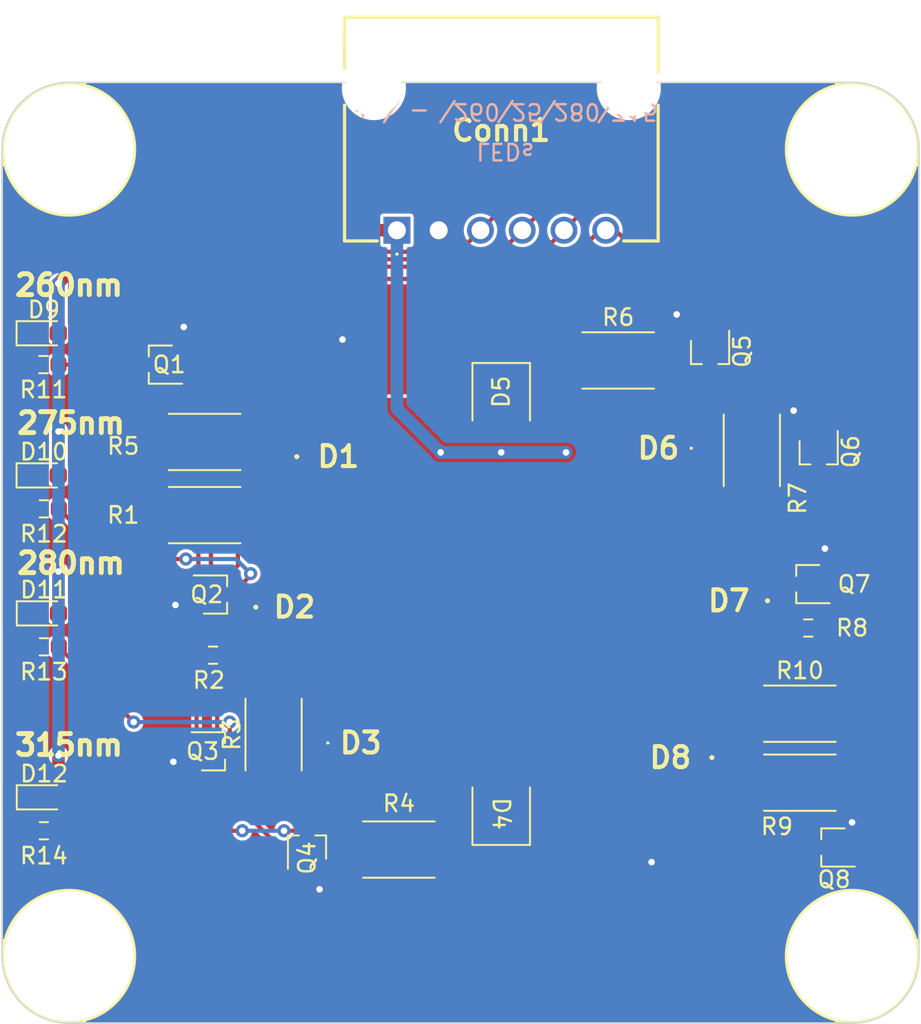
<source format=kicad_pcb>
(kicad_pcb (version 20211014) (generator pcbnew)
  (layers (0 "F.Cu" signal) (31 "B.Cu" signal) (34 "B.Paste" user) (35 "F.Paste" user) (36 "B.SilkS" user "B.Silkscreen") (37 "F.SilkS" user "F.Silkscreen") (38 "B.Mask" user) (39 "F.Mask" user) (44 "Edge.Cuts" user))
  (net 0 "")
  (net 1 "+12V")
  (net 2 "GND")
  (net 3 "Net-(Conn1-Pad3)")
  (net 4 "Net-(Conn1-Pad4)")
  (net 5 "Net-(Conn1-Pad5)")
  (net 6 "Net-(Conn1-Pad6)")
  (net 7 "Net-(D1-Pad1)")
  (net 8 "Net-(D2-Pad1)")
  (net 9 "Net-(D3-Pad1)")
  (net 10 "Net-(D4-Pad1)")
  (net 11 "Net-(D9-Pad1)")
  (net 12 "Net-(D10-Pad1)")
  (net 13 "Net-(D11-Pad1)")
  (net 14 "Net-(D12-Pad1)")
  (net 15 "Net-(D5-Pad1)")
  (net 16 "Net-(D6-Pad1)")
  (net 17 "Net-(D7-Pad1)")
  (net 18 "Net-(D8-Pad1)")
  (net 19 "Net-(R1-Pad2)")
  (net 20 "Net-(R2-Pad2)")
  (net 21 "Net-(R3-Pad2)")
  (net 22 "Net-(R4-Pad2)")
  (net 23 "Net-(R6-Pad2)")
  (net 24 "Net-(R7-Pad2)")
  (net 25 "Net-(R8-Pad2)")
  (net 26 "Net-(R10-Pad2)")
  (footprint "UVLEDs:XBT3535UVA130CD27501" (layer "F.Cu") (at 170.942 100.711 180)
    (fp_text reference "D6" (at -1.05 0) (layer "F.SilkS") (effects (font (size 1.27 1.27) (thickness 0.254))))
    (fp_text value "UV280" hide)
    (fp_line (start -3 0) (end -3 0) (layer "F.SilkS") (width 0.1))
    (fp_line (start -3.1 0) (end -3.1 0) (layer "F.SilkS") (width 0.1))
    (fp_arc (start -3 0) (mid -3.05 0.05) (end -3.1 0) (layer "F.SilkS") (width 0.1))
    (fp_arc (start -3.1 0) (mid -3.05 -0.05) (end -3 0) (layer "F.SilkS") (width 0.1))
    (pad "1" smd rect locked (at -2.35 0 180) (size 0.5 3.15) (layers "F.Cu" "F.Paste" "F.Mask") (net 16 "Net-(D6-Pad1)"))
    (pad "2" smd rect locked (at 0.25 0 180) (size 0.5 3.16) (layers "F.Cu" "F.Paste" "F.Mask") (net 1 "+12V"))
    (pad "3" smd rect locked (at -1.05 0 180) (size 1.24 3.15) (layers "F.Cu" "F.Paste" "F.Mask"))
  )
  (footprint "UVLEDs:WS3535C48LF-310" (layer "F.Cu") (at 162.433 97.282 -90)
    (fp_text reference "D5" (at 0 0 90) (layer "F.SilkS"))
    (fp_text value "UV315")
    (fp_line (start 1.75 -1.75) (end -1.75 -1.75) (layer "F.SilkS") (width 0.12))
    (fp_line (start -1.75 1.75) (end 1.75 1.75) (layer "F.SilkS") (width 0.12))
    (fp_line (start -1.75 -1.75) (end -1.75 1.75) (layer "F.SilkS") (width 0.12))
    (pad "1" smd rect (at -0.915 0 270) (size 1.33 3.15) (layers *.Paste "F.Cu" "F.Mask") (net 15 "Net-(D5-Pad1)"))
    (pad "2" smd rect (at 0.915 0 270) (size 1.33 3.15) (layers "F.Cu" "F.Paste" "F.Mask") (net 1 "+12V"))
  )
  (footprint "UVLEDs:KL26550USMWD" (layer "F.Cu") (at 171.895 119.507 180)
    (fp_text reference "D8" (at -0.825 0) (layer "F.SilkS") (effects (font (size 1.27 1.27) (thickness 0.254))))
    (fp_text value "UV260" hide)
    (fp_line (start -3.4 0) (end -3.4 0) (layer "F.SilkS") (width 0.2))
    (fp_line (start -3.3 0) (end -3.3 0) (layer "F.SilkS") (width 0.2))
    (fp_line (start -3.4 0) (end -3.4 0) (layer "F.SilkS") (width 0.2))
    (fp_arc (start -3.4 0) (mid -3.35 -0.05) (end -3.3 0) (layer "F.SilkS") (width 0.2))
    (fp_arc (start -3.3 0) (mid -3.35 0.05) (end -3.4 0) (layer "F.SilkS") (width 0.2))
    (fp_arc (start -3.3 0) (mid -3.35 0.05) (end -3.4 0) (layer "F.SilkS") (width 0.2))
    (pad "1" smd rect locked (at -1.3 0 180) (size 0.6 3.2) (layers "F.Cu" "F.Paste" "F.Mask") (net 18 "Net-(D8-Pad1)"))
    (pad "2" smd rect locked (at 1.3 0 180) (size 0.6 3.2) (layers "F.Cu" "F.Paste" "F.Mask") (net 1 "+12V"))
    (pad "3" smd rect locked (at 0 0 180) (size 1 3.2) (layers "F.Cu" "F.Paste" "F.Mask"))
  )
  (footprint "MRDT_Drill_Holes:4_40_Hole" (layer "F.Cu") (at 136.144 82.55)
    (fp_text reference "V3" hide)
    (fp_text value "Via" hide)
    (fp_circle (center 0 0) (end -0.00508 4.01828) (layer "F.SilkS") (width 0.15) (fill none))
    (pad "" np_thru_hole circle locked (at 0 0) (size 2.9464 2.9464) (drill 2.9464) (layers *.Cu *.Mask) (clearance 2.5))
  )
  (footprint "LED_SMD:LED_0603_1608Metric_Pad1.05x0.95mm_HandSolder" (layer "F.Cu") (at 134.62 93.726)
    (fp_text reference "D9" (at 0 -1.43) (layer "F.SilkS"))
    (fp_text value "Green")
    (fp_line (start 0.8 -0.735) (end -1.66 -0.735) (layer "F.SilkS") (width 0.12))
    (fp_line (start -1.66 -0.735) (end -1.66 0.735) (layer "F.SilkS") (width 0.12))
    (fp_line (start -1.66 0.735) (end 0.8 0.735) (layer "F.SilkS") (width 0.12))
    (pad "1" smd roundrect (at -0.875 0) (size 1.05 0.95) (layers "F.Cu" "F.Paste" "F.Mask") (net 11 "Net-(D9-Pad1)"))
    (pad "2" smd roundrect (at 0.875 0) (size 1.05 0.95) (layers "F.Cu" "F.Paste" "F.Mask") (net 1 "+12V"))
  )
  (footprint "UVLEDs:XBT3535UVA130CD27501" (layer "F.Cu") (at 154.94 118.618)
    (fp_text reference "D3" (at -1.05 0) (layer "F.SilkS") (effects (font (size 1.27 1.27) (thickness 0.254))))
    (fp_text value "UV280" hide)
    (fp_line (start -3.1 0) (end -3.1 0) (layer "F.SilkS") (width 0.1))
    (fp_line (start -3 0) (end -3 0) (layer "F.SilkS") (width 0.1))
    (fp_arc (start -3.1 0) (mid -3.05 -0.05) (end -3 0) (layer "F.SilkS") (width 0.1))
    (fp_arc (start -3 0) (mid -3.05 0.05) (end -3.1 0) (layer "F.SilkS") (width 0.1))
    (pad "1" smd rect locked (at -2.35 0) (size 0.5 3.15) (layers "F.Cu" "F.Paste" "F.Mask") (net 9 "Net-(D3-Pad1)"))
    (pad "2" smd rect locked (at 0.25 0) (size 0.5 3.16) (layers "F.Cu" "F.Paste" "F.Mask") (net 1 "+12V"))
    (pad "3" smd rect locked (at -1.05 0) (size 1.24 3.15) (layers "F.Cu" "F.Paste" "F.Mask"))
  )
  (footprint "Package_TO_SOT_SMD:SOT-323_SC-70" (layer "F.Cu") (at 182.626 124.968 180)
    (fp_text reference "Q8" (at -0.05 -1.95) (layer "F.SilkS"))
    (fp_text value "BSS214NW")
    (fp_line (start 0.73 0.5) (end 0.73 1.16) (layer "F.SilkS") (width 0.12))
    (fp_line (start 0.73 -1.16) (end 0.73 -0.5) (layer "F.SilkS") (width 0.12))
    (fp_line (start 0.73 -1.16) (end -1.3 -1.16) (layer "F.SilkS") (width 0.12))
    (fp_line (start -0.68 1.16) (end 0.73 1.16) (layer "F.SilkS") (width 0.12))
    (pad "1" smd rect (at -1 -0.65 90) (size 0.45 0.7) (layers "F.Cu" "F.Paste" "F.Mask") (net 3 "Net-(Conn1-Pad3)"))
    (pad "2" smd rect (at -1 0.65 90) (size 0.45 0.7) (layers "F.Cu" "F.Paste" "F.Mask") (net 2 "GND"))
    (pad "3" smd rect (at 1 0 90) (size 0.45 0.7) (layers "F.Cu" "F.Paste" "F.Mask") (net 26 "Net-(R10-Pad2)"))
  )
  (footprint "Resistor_SMD:R_0603_1608Metric_Pad0.98x0.95mm_HandSolder" (layer "F.Cu") (at 134.62 104.394)
    (fp_text reference "R12" (at 0 1.524) (layer "F.SilkS"))
    (fp_text value "120")
    (fp_line (start -0.254724 0.5225) (end 0.254724 0.5225) (layer "F.SilkS") (width 0.12))
    (fp_line (start -0.254724 -0.5225) (end 0.254724 -0.5225) (layer "F.SilkS") (width 0.12))
    (pad "1" smd roundrect (at -0.9125 0) (size 0.975 0.95) (layers "F.Cu" "F.Paste" "F.Mask") (net 12 "Net-(D10-Pad1)"))
    (pad "2" smd roundrect (at 0.9125 0) (size 0.975 0.95) (layers "F.Cu" "F.Paste" "F.Mask") (net 20 "Net-(R2-Pad2)"))
  )
  (footprint "UVLEDs:KL26550USMWD" (layer "F.Cu") (at 153.352 101.219)
    (fp_text reference "D1" (at -0.825 0) (layer "F.SilkS") (effects (font (size 1.27 1.27) (thickness 0.254))))
    (fp_text value "UV260" hide)
    (fp_line (start -3.4 0) (end -3.4 0) (layer "F.SilkS") (width 0.2))
    (fp_line (start -3.3 0) (end -3.3 0) (layer "F.SilkS") (width 0.2))
    (fp_line (start -3.4 0) (end -3.4 0) (layer "F.SilkS") (width 0.2))
    (fp_arc (start -3.3 0) (mid -3.35 0.05) (end -3.4 0) (layer "F.SilkS") (width 0.2))
    (fp_arc (start -3.4 0) (mid -3.35 -0.05) (end -3.3 0) (layer "F.SilkS") (width 0.2))
    (fp_arc (start -3.3 0) (mid -3.35 0.05) (end -3.4 0) (layer "F.SilkS") (width 0.2))
    (pad "1" smd rect locked (at -1.3 0) (size 0.6 3.2) (layers "F.Cu" "F.Paste" "F.Mask") (net 7 "Net-(D1-Pad1)"))
    (pad "2" smd rect locked (at 1.3 0) (size 0.6 3.2) (layers "F.Cu" "F.Paste" "F.Mask") (net 1 "+12V"))
    (pad "3" smd rect locked (at 0 0) (size 1 3.2) (layers "F.Cu" "F.Paste" "F.Mask"))
  )
  (footprint "Resistor_SMD:R_2512_6332Metric_Pad1.40x3.35mm_HandSolder" (layer "F.Cu") (at 148.59 118.11 -90)
    (fp_text reference "R3" (at 0 2.54 90) (layer "F.SilkS"))
    (fp_text value "16")
    (fp_line (start -2.177064 1.71) (end 2.177064 1.71) (layer "F.SilkS") (width 0.12))
    (fp_line (start -2.177064 -1.71) (end 2.177064 -1.71) (layer "F.SilkS") (width 0.12))
    (pad "1" smd roundrect (at -3.05 0 270) (size 1.4 3.35) (layers "F.Cu" "F.Paste" "F.Mask") (roundrect_rratio 0.1785707143) (net 9 "Net-(D3-Pad1)"))
    (pad "2" smd roundrect (at 3.05 0 270) (size 1.4 3.35) (layers "F.Cu" "F.Paste" "F.Mask") (roundrect_rratio 0.1785707143) (net 21 "Net-(R3-Pad2)"))
  )
  (footprint "Package_TO_SOT_SMD:SOT-323_SC-70" (layer "F.Cu") (at 145.034 109.601)
    (fp_text reference "Q2" (at -0.508 0) (layer "F.SilkS"))
    (fp_text value "BSS214NW")
    (fp_line (start -0.68 1.16) (end 0.73 1.16) (layer "F.SilkS") (width 0.12))
    (fp_line (start 0.73 0.5) (end 0.73 1.16) (layer "F.SilkS") (width 0.12))
    (fp_line (start 0.73 -1.16) (end -1.3 -1.16) (layer "F.SilkS") (width 0.12))
    (fp_line (start 0.73 -1.16) (end 0.73 -0.5) (layer "F.SilkS") (width 0.12))
    (pad "1" smd rect (at -1 -0.65 270) (size 0.45 0.7) (layers "F.Cu" "F.Paste" "F.Mask") (net 4 "Net-(Conn1-Pad4)"))
    (pad "2" smd rect (at -1 0.65 270) (size 0.45 0.7) (layers "F.Cu" "F.Paste" "F.Mask") (net 2 "GND"))
    (pad "3" smd rect (at 1 0 270) (size 0.45 0.7) (layers "F.Cu" "F.Paste" "F.Mask") (net 20 "Net-(R2-Pad2)"))
  )
  (footprint "LED_SMD:LED_0603_1608Metric_Pad1.05x0.95mm_HandSolder" (layer "F.Cu") (at 134.634 121.92)
    (fp_text reference "D12" (at 0 -1.43) (layer "F.SilkS"))
    (fp_text value "Green")
    (fp_line (start 0.8 -0.735) (end -1.66 -0.735) (layer "F.SilkS") (width 0.12))
    (fp_line (start -1.66 0.735) (end 0.8 0.735) (layer "F.SilkS") (width 0.12))
    (fp_line (start -1.66 -0.735) (end -1.66 0.735) (layer "F.SilkS") (width 0.12))
    (pad "1" smd roundrect (at -0.875 0) (size 1.05 0.95) (layers "F.Cu" "F.Paste" "F.Mask") (net 14 "Net-(D12-Pad1)"))
    (pad "2" smd roundrect (at 0.875 0) (size 1.05 0.95) (layers "F.Cu" "F.Paste" "F.Mask") (net 1 "+12V"))
  )
  (footprint "Resistor_SMD:R_0603_1608Metric_Pad0.98x0.95mm_HandSolder" (layer "F.Cu") (at 144.907 113.284 180)
    (fp_text reference "R2" (at 0.254 -1.524) (layer "F.SilkS"))
    (fp_text value "200")
    (fp_line (start -0.254724 0.5225) (end 0.254724 0.5225) (layer "F.SilkS") (width 0.12))
    (fp_line (start -0.254724 -0.5225) (end 0.254724 -0.5225) (layer "F.SilkS") (width 0.12))
    (pad "1" smd roundrect (at -0.9125 0 180) (size 0.975 0.95) (layers "F.Cu" "F.Paste" "F.Mask") (net 8 "Net-(D2-Pad1)"))
    (pad "2" smd roundrect (at 0.9125 0 180) (size 0.975 0.95) (layers "F.Cu" "F.Paste" "F.Mask") (net 20 "Net-(R2-Pad2)"))
  )
  (footprint "Resistor_SMD:R_2512_6332Metric_Pad1.40x3.35mm_HandSolder" (layer "F.Cu") (at 177.673 100.838 -90)
    (fp_text reference "R7" (at 2.921 -2.794 90) (layer "F.SilkS"))
    (fp_text value "16")
    (fp_line (start -2.177064 -1.71) (end 2.177064 -1.71) (layer "F.SilkS") (width 0.12))
    (fp_line (start -2.177064 1.71) (end 2.177064 1.71) (layer "F.SilkS") (width 0.12))
    (pad "1" smd roundrect (at -3.05 0 270) (size 1.4 3.35) (layers "F.Cu" "F.Paste" "F.Mask") (roundrect_rratio 0.1785707143) (net 16 "Net-(D6-Pad1)"))
    (pad "2" smd roundrect (at 3.05 0 270) (size 1.4 3.35) (layers "F.Cu" "F.Paste" "F.Mask") (roundrect_rratio 0.1785707143) (net 24 "Net-(R7-Pad2)"))
  )
  (footprint "Package_TO_SOT_SMD:SOT-323_SC-70" (layer "F.Cu") (at 175.133 94.869 -90)
    (fp_text reference "Q5" (at -0.05 -1.95 90) (layer "F.SilkS"))
    (fp_text value "BSS214NW")
    (fp_line (start -0.68 1.16) (end 0.73 1.16) (layer "F.SilkS") (width 0.12))
    (fp_line (start 0.73 -1.16) (end 0.73 -0.5) (layer "F.SilkS") (width 0.12))
    (fp_line (start 0.73 0.5) (end 0.73 1.16) (layer "F.SilkS") (width 0.12))
    (fp_line (start 0.73 -1.16) (end -1.3 -1.16) (layer "F.SilkS") (width 0.12))
    (pad "1" smd rect (at -1 -0.65 180) (size 0.45 0.7) (layers "F.Cu" "F.Paste" "F.Mask") (net 6 "Net-(Conn1-Pad6)"))
    (pad "2" smd rect (at -1 0.65 180) (size 0.45 0.7) (layers "F.Cu" "F.Paste" "F.Mask") (net 2 "GND"))
    (pad "3" smd rect (at 1 0 180) (size 0.45 0.7) (layers "F.Cu" "F.Paste" "F.Mask") (net 23 "Net-(R6-Pad2)"))
  )
  (footprint "Resistor_SMD:R_0603_1608Metric_Pad0.98x0.95mm_HandSolder" (layer "F.Cu") (at 134.5965 95.631)
    (fp_text reference "R11" (at 0 1.524) (layer "F.SilkS"))
    (fp_text value "120")
    (fp_line (start -0.254724 -0.5225) (end 0.254724 -0.5225) (layer "F.SilkS") (width 0.12))
    (fp_line (start -0.254724 0.5225) (end 0.254724 0.5225) (layer "F.SilkS") (width 0.12))
    (pad "1" smd roundrect (at -0.9125 0) (size 0.975 0.95) (layers "F.Cu" "F.Paste" "F.Mask") (net 11 "Net-(D9-Pad1)"))
    (pad "2" smd roundrect (at 0.9125 0) (size 0.975 0.95) (layers "F.Cu" "F.Paste" "F.Mask") (net 19 "Net-(R1-Pad2)"))
  )
  (footprint "LED_SMD:LED_0603_1608Metric_Pad1.05x0.95mm_HandSolder" (layer "F.Cu") (at 134.62 102.362)
    (fp_text reference "D10" (at 0 -1.43) (layer "F.SilkS"))
    (fp_text value "Green")
    (fp_line (start -1.66 0.735) (end 0.8 0.735) (layer "F.SilkS") (width 0.12))
    (fp_line (start 0.8 -0.735) (end -1.66 -0.735) (layer "F.SilkS") (width 0.12))
    (fp_line (start -1.66 -0.735) (end -1.66 0.735) (layer "F.SilkS") (width 0.12))
    (pad "1" smd roundrect (at -0.875 0) (size 1.05 0.95) (layers "F.Cu" "F.Paste" "F.Mask") (net 12 "Net-(D10-Pad1)"))
    (pad "2" smd roundrect (at 0.875 0) (size 1.05 0.95) (layers "F.Cu" "F.Paste" "F.Mask") (net 1 "+12V"))
  )
  (footprint "Package_TO_SOT_SMD:SOT-323_SC-70" (layer "F.Cu") (at 181.737 100.965 -90)
    (fp_text reference "Q6" (at -0.05 -1.95 90) (layer "F.SilkS"))
    (fp_text value "BSS214NW")
    (fp_line (start 0.73 -1.16) (end -1.3 -1.16) (layer "F.SilkS") (width 0.12))
    (fp_line (start 0.73 -1.16) (end 0.73 -0.5) (layer "F.SilkS") (width 0.12))
    (fp_line (start -0.68 1.16) (end 0.73 1.16) (layer "F.SilkS") (width 0.12))
    (fp_line (start 0.73 0.5) (end 0.73 1.16) (layer "F.SilkS") (width 0.12))
    (pad "1" smd rect (at -1 -0.65 180) (size 0.45 0.7) (layers "F.Cu" "F.Paste" "F.Mask") (net 5 "Net-(Conn1-Pad5)"))
    (pad "2" smd rect (at -1 0.65 180) (size 0.45 0.7) (layers "F.Cu" "F.Paste" "F.Mask") (net 2 "GND"))
    (pad "3" smd rect (at 1 0 180) (size 0.45 0.7) (layers "F.Cu" "F.Paste" "F.Mask") (net 24 "Net-(R7-Pad2)"))
  )
  (footprint "MRDT_Drill_Holes:4_40_Hole" (layer "F.Cu") (at 183.769 131.572)
    (fp_text reference "V2" hide)
    (fp_text value "Via" hide)
    (fp_circle (center 0 0) (end -0.00508 4.01828) (layer "F.SilkS") (width 0.15) (fill none))
    (pad "" np_thru_hole circle locked (at 0 0) (size 2.9464 2.9464) (drill 2.9464) (layers *.Cu *.Mask) (clearance 2.5))
  )
  (footprint "Resistor_SMD:R_2512_6332Metric_Pad1.40x3.35mm_HandSolder" (layer "F.Cu") (at 180.594 116.84)
    (fp_text reference "R10" (at 0 -2.62) (layer "F.SilkS"))
    (fp_text value "16")
    (fp_line (start -2.177064 -1.71) (end 2.177064 -1.71) (layer "F.SilkS") (width 0.12))
    (fp_line (start -2.177064 1.71) (end 2.177064 1.71) (layer "F.SilkS") (width 0.12))
    (pad "1" smd roundrect (at -3.05 0) (size 1.4 3.35) (layers "F.Cu" "F.Paste" "F.Mask") (roundrect_rratio 0.1785707143) (net 18 "Net-(D8-Pad1)"))
    (pad "2" smd roundrect (at 3.05 0) (size 1.4 3.35) (layers "F.Cu" "F.Paste" "F.Mask") (roundrect_rratio 0.1785707143) (net 26 "Net-(R10-Pad2)"))
  )
  (footprint "UVLEDs:WS3535C48LF-310" (layer "F.Cu") (at 162.433 123.063 90)
    (fp_text reference "D4" (at 0.153 0 -90 unlocked) (layer "F.SilkS"))
    (fp_text value "UV315")
    (fp_line (start -1.75 -1.75) (end -1.75 1.75) (layer "F.SilkS") (width 0.12))
    (fp_line (start -1.75 1.75) (end 1.75 1.75) (layer "F.SilkS") (width 0.12))
    (fp_line (start 1.75 -1.75) (end -1.75 -1.75) (layer "F.SilkS") (width 0.12))
    (pad "1" smd rect (at -0.915 0 90) (size 1.33 3.15) (layers *.Paste "F.Cu" "F.Mask") (net 10 "Net-(D4-Pad1)"))
    (pad "2" smd rect (at 0.915 0 90) (size 1.33 3.15) (layers "F.Cu" "F.Paste" "F.Mask") (net 1 "+12V"))
  )
  (footprint "Resistor_SMD:R_0603_1608Metric_Pad0.98x0.95mm_HandSolder" (layer "F.Cu") (at 181.102 111.633)
    (fp_text reference "R8" (at 2.667 0) (layer "F.SilkS"))
    (fp_text value "200")
    (fp_line (start -0.254724 -0.5225) (end 0.254724 -0.5225) (layer "F.SilkS") (width 0.12))
    (fp_line (start -0.254724 0.5225) (end 0.254724 0.5225) (layer "F.SilkS") (width 0.12))
    (pad "1" smd roundrect (at -0.9125 0) (size 0.975 0.95) (layers "F.Cu" "F.Paste" "F.Mask") (net 17 "Net-(D7-Pad1)"))
    (pad "2" smd roundrect (at 0.9125 0) (size 0.975 0.95) (layers "F.Cu" "F.Paste" "F.Mask") (net 25 "Net-(R8-Pad2)"))
  )
  (footprint "Resistor_SMD:R_2512_6332Metric_Pad1.40x3.35mm_HandSolder" (layer "F.Cu") (at 180.594 121.031)
    (fp_text reference "R9" (at -1.397 2.667) (layer "F.SilkS"))
    (fp_text value "16")
    (fp_line (start -2.177064 -1.71) (end 2.177064 -1.71) (layer "F.SilkS") (width 0.12))
    (fp_line (start -2.177064 1.71) (end 2.177064 1.71) (layer "F.SilkS") (width 0.12))
    (pad "1" smd roundrect (at -3.05 0) (size 1.4 3.35) (layers "F.Cu" "F.Paste" "F.Mask") (roundrect_rratio 0.1785707143) (net 18 "Net-(D8-Pad1)"))
    (pad "2" smd roundrect (at 3.05 0) (size 1.4 3.35) (layers "F.Cu" "F.Paste" "F.Mask") (roundrect_rratio 0.1785707143) (net 26 "Net-(R10-Pad2)"))
  )
  (footprint "Resistor_SMD:R_2512_6332Metric_Pad1.40x3.35mm_HandSolder" (layer "F.Cu") (at 169.545 95.377)
    (fp_text reference "R6" (at 0 -2.62) (layer "F.SilkS"))
    (fp_text value "18")
    (fp_line (start -2.177064 -1.71) (end 2.177064 -1.71) (layer "F.SilkS") (width 0.12))
    (fp_line (start -2.177064 1.71) (end 2.177064 1.71) (layer "F.SilkS") (width 0.12))
    (pad "1" smd roundrect (at -3.05 0) (size 1.4 3.35) (layers "F.Cu" "F.Paste" "F.Mask") (roundrect_rratio 0.1785707143) (net 15 "Net-(D5-Pad1)"))
    (pad "2" smd roundrect (at 3.05 0) (size 1.4 3.35) (layers "F.Cu" "F.Paste" "F.Mask") (roundrect_rratio 0.1785707143) (net 23 "Net-(R6-Pad2)"))
  )
  (footprint "UVLEDs:SUCULBN1VCAGAY674F4G30R18" (layer "F.Cu") (at 149.86 110.363)
    (fp_text reference "D2" (at 0 0) (layer "F.SilkS") (effects (font (size 1.27 1.27) (thickness 0.254))))
    (fp_text value "UV275" hide)
    (fp_line (start -2.3 0) (end -2.3 0) (layer "F.SilkS") (width 0.2))
    (fp_line (start -2.4 0) (end -2.4 0) (layer "F.SilkS") (width 0.2))
    (fp_line (start -2.4 0) (end -2.4 0) (layer "F.SilkS") (width 0.2))
    (fp_arc (start -2.3 0) (mid -2.35 0.05) (end -2.4 0) (layer "F.SilkS") (width 0.2))
    (fp_arc (start -2.3 0) (mid -2.35 0.05) (end -2.4 0) (layer "F.SilkS") (width 0.2))
    (fp_arc (start -2.4 0) (mid -2.35 -0.05) (end -2.3 0) (layer "F.SilkS") (width 0.2))
    (pad "1" smd rect locked (at -1.25 0) (size 0.9 3.4) (layers "F.Cu" "F.Paste" "F.Mask") (net 8 "Net-(D2-Pad1)"))
    (pad "2" smd rect locked (at 1.25 0) (size 0.9 3.4) (layers "F.Cu" "F.Paste" "F.Mask") (net 1 "+12V"))
    (pad "3" smd rect locked (at 0 0) (size 1 3.4) (layers "F.Cu" "F.Paste" "F.Mask"))
  )
  (footprint "MRDT_Drill_Holes:4_40_Hole" (layer "F.Cu") (at 136.144 131.572)
    (fp_text reference "V4" hide)
    (fp_text value "Via" hide)
    (fp_circle (center 0 0) (end -0.00508 4.01828) (layer "F.SilkS") (width 0.15) (fill none))
    (pad "" np_thru_hole circle locked (at 0 0) (size 2.9464 2.9464) (drill 2.9464) (layers *.Cu *.Mask) (clearance 2.5))
  )
  (footprint "Package_TO_SOT_SMD:SOT-323_SC-70" (layer "F.Cu") (at 150.622 124.968 90)
    (fp_text reference "Q4" (at -0.635 0 90) (layer "F.SilkS"))
    (fp_text value "BSS214NW")
    (fp_line (start 0.73 -1.16) (end 0.73 -0.5) (layer "F.SilkS") (width 0.12))
    (fp_line (start 0.73 0.5) (end 0.73 1.16) (layer "F.SilkS") (width 0.12))
    (fp_line (start 0.73 -1.16) (end -1.3 -1.16) (layer "F.SilkS") (width 0.12))
    (fp_line (start -0.68 1.16) (end 0.73 1.16) (layer "F.SilkS") (width 0.12))
    (pad "1" smd rect (at -1 -0.65) (size 0.45 0.7) (layers "F.Cu" "F.Paste" "F.Mask") (net 6 "Net-(Conn1-Pad6)"))
    (pad "2" smd rect (at -1 0.65) (size 0.45 0.7) (layers "F.Cu" "F.Paste" "F.Mask") (net 2 "GND"))
    (pad "3" smd rect (at 1 0) (size 0.45 0.7) (layers "F.Cu" "F.Paste" "F.Mask") (net 22 "Net-(R4-Pad2)"))
  )
  (footprint "Resistor_SMD:R_2512_6332Metric_Pad1.40x3.35mm_HandSolder" (layer "F.Cu") (at 144.399 100.33 180)
    (fp_text reference "R5" (at 4.953 -0.254) (layer "F.SilkS"))
    (fp_text value "16")
    (fp_line (start -2.177064 -1.71) (end 2.177064 -1.71) (layer "F.SilkS") (width 0.12))
    (fp_line (start -2.177064 1.71) (end 2.177064 1.71) (layer "F.SilkS") (width 0.12))
    (pad "1" smd roundrect (at -3.05 0 180) (size 1.4 3.35) (layers "F.Cu" "F.Paste" "F.Mask") (roundrect_rratio 0.1785707143) (net 7 "Net-(D1-Pad1)"))
    (pad "2" smd roundrect (at 3.05 0 180) (size 1.4 3.35) (layers "F.Cu" "F.Paste" "F.Mask") (roundrect_rratio 0.1785707143) (net 19 "Net-(R1-Pad2)"))
  )
  (footprint "MRDT_Drill_Holes:4_40_Hole" (layer "F.Cu") (at 183.769 82.55)
    (fp_text reference "V1" hide)
    (fp_text value "Via" hide)
    (fp_circle (center 0 0) (end -0.00508 4.01828) (layer "F.SilkS") (width 0.15) (fill none))
    (pad "" np_thru_hole circle locked (at 0 0) (size 2.9464 2.9464) (drill 2.9464) (layers *.Cu *.Mask) (clearance 2.5))
  )
  (footprint "Resistor_SMD:R_0603_1608Metric_Pad0.98x0.95mm_HandSolder" (layer "F.Cu") (at 134.62 112.776)
    (fp_text reference "R13" (at 0 1.524) (layer "F.SilkS"))
    (fp_text value "120")
    (fp_line (start -0.254724 0.5225) (end 0.254724 0.5225) (layer "F.SilkS") (width 0.12))
    (fp_line (start -0.254724 -0.5225) (end 0.254724 -0.5225) (layer "F.SilkS") (width 0.12))
    (pad "1" smd roundrect (at -0.9125 0) (size 0.975 0.95) (layers "F.Cu" "F.Paste" "F.Mask") (net 13 "Net-(D11-Pad1)"))
    (pad "2" smd roundrect (at 0.9125 0) (size 0.975 0.95) (layers "F.Cu" "F.Paste" "F.Mask") (net 21 "Net-(R3-Pad2)"))
  )
  (footprint "UVLEDs:705550040" (layer "F.Cu") (at 156.0905 87.468 180)
    (fp_text reference "Conn1" (at -6.342 6.061) (layer "F.SilkS") (effects (font (size 1.27 1.27) (thickness 0.254))))
    (fp_text value "Molex_SL_06" hide)
    (fp_line (start -15.885 -0.65) (end -15.885 7.6) (layer "F.SilkS") (width 0.2))
    (fp_line (start -15.885 9.6) (end -15.885 12.94) (layer "F.SilkS") (width 0.2))
    (fp_line (start 3.185 -0.65) (end 1.2 -0.65) (layer "F.SilkS") (width 0.2))
    (fp_line (start 3.2 12.94) (end 3.185 9.8) (layer "F.SilkS") (width 0.2))
    (fp_line (start 3.185 7.6) (end 3.185 -0.65) (layer "F.SilkS") (width 0.2))
    (fp_line (start -15.885 12.94) (end 3.2 12.94) (layer "F.SilkS") (width 0.2))
    (fp_line (start 0 -1.5) (end 0 -1.5) (layer "F.SilkS") (width 0.1))
    (fp_line (start -13.8 -0.65) (end -15.885 -0.65) (layer "F.SilkS") (width 0.2))
    (fp_line (start 0 -1.4) (end 0 -1.4) (layer "F.SilkS") (width 0.1))
    (fp_arc (start 0 -1.5) (mid 0.05 -1.45) (end 0 -1.4) (layer "F.SilkS") (width 0.1))
    (fp_arc (start 0 -1.4) (mid -0.05 -1.45) (end 0 -1.5) (layer "F.SilkS") (width 0.1))
    (pad "" np_thru_hole circle locked (at -14.1 8.64 180) (size 3.4 3.4) (drill 3.4) (layers *.Cu *.Mask))
    (pad "" np_thru_hole circle locked (at 1.4 8.64 180) (size 3.4 3.4) (drill 3.4) (layers *.Cu *.Mask))
    (pad "1" thru_hole rect locked (at 0 0 180) (size 1.635 1.635) (drill 1.09) (layers *.Cu *.Mask) (net 1 "+12V"))
    (pad "2" thru_hole circle locked (at -2.54 0 180) (size 1.635 1.635) (drill 1.09) (layers *.Cu *.Mask) (net 2 "GND"))
    (pad "3" thru_hole circle locked (at -5.08 0 180) (size 1.635 1.635) (drill 1.09) (layers *.Cu *.Mask) (net 3 "Net-(Conn1-Pad3)"))
    (pad "4" thru_hole circle locked (at -7.62 0 180) (size 1.635 1.635) (drill 1.09) (layers *.Cu *.Mask) (net 4 "Net-(Conn1-Pad4)"))
    (pad "5" thru_hole circle locked (at -10.16 0 180) (size 1.635 1.635) (drill 1.09) (layers *.Cu *.Mask) (net 5 "Net-(Conn1-Pad5)"))
    (pad "6" thru_hole circle locked (at -12.7 0 180) (size 1.635 1.635) (drill 1.09) (layers *.Cu *.Mask) (net 6 "Net-(Conn1-Pad6)"))
  )
  (footprint "Package_TO_SOT_SMD:SOT-323_SC-70" (layer "F.Cu") (at 144.907 119.126)
    (fp_text reference "Q3" (at -0.635 0) (layer "F.SilkS"))
    (fp_text value "BSS214NW")
    (fp_line (start 0.73 0.5) (end 0.73 1.16) (layer "F.SilkS") (width 0.12))
    (fp_line (start -0.68 1.16) (end 0.73 1.16) (layer "F.SilkS") (width 0.12))
    (fp_line (start 0.73 -1.16) (end 0.73 -0.5) (layer "F.SilkS") (width 0.12))
    (fp_line (start 0.73 -1.16) (end -1.3 -1.16) (layer "F.SilkS") (width 0.12))
    (pad "1" smd rect (at -1 -0.65 270) (size 0.45 0.7) (layers "F.Cu" "F.Paste" "F.Mask") (net 5 "Net-(Conn1-Pad5)"))
    (pad "2" smd rect (at -1 0.65 270) (size 0.45 0.7) (layers "F.Cu" "F.Paste" "F.Mask") (net 2 "GND"))
    (pad "3" smd rect (at 1 0 270) (size 0.45 0.7) (layers "F.Cu" "F.Paste" "F.Mask") (net 21 "Net-(R3-Pad2)"))
  )
  (footprint "LED_SMD:LED_0603_1608Metric_Pad1.05x0.95mm_HandSolder" (layer "F.Cu") (at 134.634 110.744)
    (fp_text reference "D11" (at 0 -1.43) (layer "F.SilkS"))
    (fp_text value "Green")
    (fp_line (start 0.8 -0.735) (end -1.66 -0.735) (layer "F.SilkS") (width 0.12))
    (fp_line (start -1.66 -0.735) (end -1.66 0.735) (layer "F.SilkS") (width 0.12))
    (fp_line (start -1.66 0.735) (end 0.8 0.735) (layer "F.SilkS") (width 0.12))
    (pad "1" smd roundrect (at -0.875 0) (size 1.05 0.95) (layers "F.Cu" "F.Paste" "F.Mask") (net 13 "Net-(D11-Pad1)"))
    (pad "2" smd roundrect (at 0.875 0) (size 1.05 0.95) (layers "F.Cu" "F.Paste" "F.Mask") (net 1 "+12V"))
  )
  (footprint "Resistor_SMD:R_0603_1608Metric_Pad0.98x0.95mm_HandSolder" (layer "F.Cu") (at 134.62 123.952)
    (fp_text reference "R14" (at 0 1.524) (layer "F.SilkS"))
    (fp_text value "120")
    (fp_line (start -0.254724 -0.5225) (end 0.254724 -0.5225) (layer "F.SilkS") (width 0.12))
    (fp_line (start -0.254724 0.5225) (end 0.254724 0.5225) (layer "F.SilkS") (width 0.12))
    (pad "1" smd roundrect (at -0.9125 0) (size 0.975 0.95) (layers "F.Cu" "F.Paste" "F.Mask") (net 14 "Net-(D12-Pad1)"))
    (pad "2" smd roundrect (at 0.9125 0) (size 0.975 0.95) (layers "F.Cu" "F.Paste" "F.Mask") (net 22 "Net-(R4-Pad2)"))
  )
  (footprint "Package_TO_SOT_SMD:SOT-323_SC-70" (layer "F.Cu") (at 141.732 95.631 180)
    (fp_text reference "Q1" (at -0.508 0) (layer "F.SilkS"))
    (fp_text value "BSS214NW")
    (fp_line (start 0.73 0.5) (end 0.73 1.16) (layer "F.SilkS") (width 0.12))
    (fp_line (start 0.73 -1.16) (end -1.3 -1.16) (layer "F.SilkS") (width 0.12))
    (fp_line (start 0.73 -1.16) (end 0.73 -0.5) (layer "F.SilkS") (width 0.12))
    (fp_line (start -0.68 1.16) (end 0.73 1.16) (layer "F.SilkS") (width 0.12))
    (pad "1" smd rect (at -1 -0.65 90) (size 0.45 0.7) (layers "F.Cu" "F.Paste" "F.Mask") (net 3 "Net-(Conn1-Pad3)"))
    (pad "2" smd rect (at -1 0.65 90) (size 0.45 0.7) (layers "F.Cu" "F.Paste" "F.Mask") (net 2 "GND"))
    (pad "3" smd rect (at 1 0 90) (size 0.45 0.7) (layers "F.Cu" "F.Paste" "F.Mask") (net 19 "Net-(R1-Pad2)"))
  )
  (footprint "UVLEDs:SUCULBN1VCAGAY674F4G30R18" (layer "F.Cu") (at 176.276 109.982 180)
    (fp_text reference "D7" (at 0 0) (layer "F.SilkS") (effects (font (size 1.27 1.27) (thickness 0.254))))
    (fp_text value "UV275" hide)
    (fp_line (start -2.3 0) (end -2.3 0) (layer "F.SilkS") (width 0.2))
    (fp_line (start -2.4 0) (end -2.4 0) (layer "F.SilkS") (width 0.2))
    (fp_line (start -2.4 0) (end -2.4 0) (layer "F.SilkS") (width 0.2))
    (fp_arc (start -2.3 0) (mid -2.35 0.05) (end -2.4 0) (layer "F.SilkS") (width 0.2))
    (fp_arc (start -2.4 0) (mid -2.35 -0.05) (end -2.3 0) (layer "F.SilkS") (width 0.2))
    (fp_arc (start -2.3 0) (mid -2.35 0.05) (end -2.4 0) (layer "F.SilkS") (width 0.2))
    (pad "1" smd rect locked (at -1.25 0 180) (size 0.9 3.4) (layers "F.Cu" "F.Paste" "F.Mask") (net 17 "Net-(D7-Pad1)"))
    (pad "2" smd rect locked (at 1.25 0 180) (size 0.9 3.4) (layers "F.Cu" "F.Paste" "F.Mask") (net 1 "+12V"))
    (pad "3" smd rect locked (at 0 0 180) (size 1 3.4) (layers "F.Cu" "F.Paste" "F.Mask"))
  )
  (footprint "Resistor_SMD:R_2512_6332Metric_Pad1.40x3.35mm_HandSolder" (layer "F.Cu") (at 144.399 104.775 180)
    (fp_text reference "R1" (at 4.953 0) (layer "F.SilkS"))
    (fp_text value "16")
    (fp_line (start -2.177064 1.71) (end 2.177064 1.71) (layer "F.SilkS") (width 0.12))
    (fp_line (start -2.177064 -1.71) (end 2.177064 -1.71) (layer "F.SilkS") (width 0.12))
    (pad "1" smd roundrect (at -3.05 0 180) (size 1.4 3.35) (layers "F.Cu" "F.Paste" "F.Mask") (roundrect_rratio 0.1785707143) (net 7 "Net-(D1-Pad1)"))
    (pad "2" smd roundrect (at 3.05 0 180) (size 1.4 3.35) (layers "F.Cu" "F.Paste" "F.Mask") (roundrect_rratio 0.1785707143) (net 19 "Net-(R1-Pad2)"))
  )
  (footprint "Resistor_SMD:R_2512_6332Metric_Pad1.40x3.35mm_HandSolder" (layer "F.Cu") (at 156.21 125.095 180)
    (fp_text reference "R4" (at 0 2.794) (layer "F.SilkS"))
    (fp_text value "18")
    (fp_line (start -2.177064 -1.71) (end 2.177064 -1.71) (layer "F.SilkS") (width 0.12))
    (fp_line (start -2.177064 1.71) (end 2.177064 1.71) (layer "F.SilkS") (width 0.12))
    (pad "1" smd roundrect (at -3.05 0 180) (size 1.4 3.35) (layers "F.Cu" "F.Paste" "F.Mask") (roundrect_rratio 0.1785707143) (net 10 "Net-(D4-Pad1)"))
    (pad "2" smd roundrect (at 3.05 0 180) (size 1.4 3.35) (layers "F.Cu" "F.Paste" "F.Mask") (roundrect_rratio 0.1785707143) (net 22 "Net-(R4-Pad2)"))
  )
  (footprint "Package_TO_SOT_SMD:SOT-323_SC-70" (layer "F.Cu") (at 181.102 108.966 180)
    (fp_text reference "Q7" (at -2.794 0) (layer "F.SilkS"))
    (fp_text value "BSS214NW")
    (fp_line (start 0.73 -1.16) (end 0.73 -0.5) (layer "F.SilkS") (width 0.12))
    (fp_line (start 0.73 -1.16) (end -1.3 -1.16) (layer "F.SilkS") (width 0.12))
    (fp_line (start 0.73 0.5) (end 0.73 1.16) (layer "F.SilkS") (width 0.12))
    (fp_line (start -0.68 1.16) (end 0.73 1.16) (layer "F.SilkS") (width 0.12))
    (pad "1" smd rect (at -1 -0.65 90) (size 0.45 0.7) (layers "F.Cu" "F.Paste" "F.Mask") (net 4 "Net-(Conn1-Pad4)"))
    (pad "2" smd rect (at -1 0.65 90) (size 0.45 0.7) (layers "F.Cu" "F.Paste" "F.Mask") (net 2 "GND"))
    (pad "3" smd rect (at 1 0 90) (size 0.45 0.7) (layers "F.Cu" "F.Paste" "F.Mask") (net 25 "Net-(R8-Pad2)"))
  )
  (gr_line (start 187.833 131.572) (end 187.833 82.55) (layer "Edge.Cuts") (width 0.1))
  (gr_arc (start 136.144 135.636) (mid 133.270318 134.445682) (end 132.08 131.572) (layer "Edge.Cuts") (width 0.1))
  (gr_arc (start 183.769 78.486) (mid 186.642682 79.676318) (end 187.833 82.55) (layer "Edge.Cuts") (width 0.1))
  (gr_arc (start 187.833 131.572) (mid 186.642682 134.445682) (end 183.769 135.636) (layer "Edge.Cuts") (width 0.1))
  (gr_line (start 183.769 78.486) (end 136.144 78.486) (layer "Edge.Cuts") (width 0.1))
  (gr_line (start 132.08 82.55) (end 132.08 131.572) (layer "Edge.Cuts") (width 0.1))
  (gr_arc (start 132.08 82.55) (mid 133.270318 79.676318) (end 136.144 78.486) (layer "Edge.Cuts") (width 0.1))
  (gr_line (start 136.144 135.636) (end 183.769 135.636) (layer "Edge.Cuts") (width 0.1))
  (gr_text " + \\ - \\260\\25\\280\\315" (at 162.306 80.264 180) (layer "B.SilkS") (effects (font (size 1 1)) (justify mirror)))
  (gr_text "LEDs" (at 162.687 82.677 180) (layer "B.SilkS") (effects (font (size 1 1)) (justify mirror)))
  (gr_text "280nm" (at 136.271 107.696) (layer "F.SilkS") (effects (font (size 1.27 1.27) (thickness 0.3))))
  (gr_text "275nm" (at 136.271 99.187) (layer "F.SilkS") (effects (font (size 1.27 1.27) (thickness 0.3))))
  (gr_text "260nm" (at 136.144 90.805) (layer "F.SilkS") (effects (font (size 1.27 1.27) (thickness 0.3))))
  (gr_text "315nm" (at 136.144 118.745) (layer "F.SilkS") (effects (font (size 1.27 1.27) (thickness 0.3))))
  (segment (start 162.433 122.148) (end 166.142 122.148) (width 0.762) (layer "F.Cu") (net 1))
  (segment (start 168.047 122.148) (end 166.142 122.148) (width 0.762) (layer "F.Cu") (net 1))
  (segment (start 154.652 101.219) (end 154.652 104.428) (width 0.762) (layer "F.Cu") (net 1))
  (segment (start 170.595 119.6) (end 168.047 122.148) (width 0.762) (layer "F.Cu") (net 1))
  (segment (start 170.692 104.017) (end 170.692 100.711) (width 0.762) (layer "F.Cu") (net 1))
  (segment (start 155.19 118.618) (end 155.19 115.693) (width 0.762) (layer "F.Cu") (net 1))
  (segment (start 151.11 111.613) (end 151.11 110.363) (width 0.762) (layer "F.Cu") (net 1))
  (segment (start 170.692 100.08) (end 168.809 98.197) (width 0.762) (layer "F.Cu") (net 1))
  (segment (start 157.674 98.197) (end 154.652 101.219) (width 0.762) (layer "F.Cu") (net 1))
  (segment (start 135.495 102.362) (end 135.495 99.709) (width 0.762) (layer "F.Cu") (net 1))
  (segment (start 162.433 98.197) (end 166.65 98.197) (width 0.762) (layer "F.Cu") (net 1))
  (segment (start 175.026 111.232) (end 175.026 109.982) (width 0.762) (layer "F.Cu") (net 1))
  (segment (start 155.19 115.693) (end 151.11 111.613) (width 0.762) (layer "F.Cu") (net 1))
  (segment (start 138.719 87.468) (end 135.495 90.692) (width 0.762) (layer "F.Cu") (net 1))
  (segment (start 154.652 104.428) (end 151.11 107.97) (width 0.762) (layer "F.Cu") (net 1))
  (segment (start 135.495 99.709) (end 135.509 99.695) (width 0.762) (layer "F.Cu") (net 1))
  (segment (start 175.026 109.982) (end 175.026 108.351) (width 0.762) (layer "F.Cu") (net 1))
  (segment (start 151.11 107.97) (end 151.11 110.363) (width 0.762) (layer "F.Cu") (net 1))
  (segment (start 168.809 98.197) (end 166.65 98.197) (width 0.762) (layer "F.Cu") (net 1))
  (segment (start 135.509 110.744) (end 135.509 108.204) (width 0.762) (layer "F.Cu") (net 1))
  (segment (start 170.595 119.507) (end 170.595 119.6) (width 0.762) (layer "F.Cu") (net 1))
  (segment (start 175.026 108.351) (end 170.692 104.017) (width 0.762) (layer "F.Cu") (net 1))
  (segment (start 155.19 118.618) (end 157.097 120.525) (width 0.762) (layer "F.Cu") (net 1))
  (segment (start 170.595 115.663) (end 175.026 111.232) (width 0.762) (layer "F.Cu") (net 1))
  (segment (start 135.495 90.692) (end 135.495 93.726) (width 0.762) (layer "F.Cu") (net 1))
  (segment (start 170.692 100.711) (end 170.692 100.08) (width 0.762) (layer "F.Cu") (net 1))
  (segment (start 157.097 120.525) (end 158.72 122.148) (width 0.762) (layer "F.Cu") (net 1))
  (segment (start 170.595 119.507) (end 170.595 115.663) (width 0.762) (layer "F.Cu") (net 1))
  (segment (start 158.72 122.148) (end 162.433 122.148) (width 0.762) (layer "F.Cu") (net 1))
  (segment (start 156.0905 87.468) (end 138.719 87.468) (width 0.762) (layer "F.Cu") (net 1))
  (segment (start 162.433 98.197) (end 157.674 98.197) (width 0.762) (layer "F.Cu") (net 1))
  (segment (start 135.509 119.38) (end 135.509 121.92) (width 0.762) (layer "F.Cu") (net 1))
  (via (at 135.509 119.38) (size 0.8) (drill 0.4) (layers "F.Cu" "B.Cu") (net 1))
  (via (at 135.495 90.692) (size 0.8) (drill 0.4) (layers "F.Cu" "B.Cu") (net 1))
  (via (at 135.509 99.695) (size 0.8) (drill 0.4) (layers "F.Cu" "B.Cu") (net 1))
  (via (at 166.37 100.965) (size 0.8) (drill 0.4) (layers "F.Cu" "B.Cu") (net 1))
  (via (at 135.509 108.204) (size 0.8) (drill 0.4) (layers "F.Cu" "B.Cu") (net 1))
  (via (at 162.433 100.965) (size 0.8) (drill 0.4) (layers "F.Cu" "B.Cu") (net 1))
  (via (at 158.75 100.965) (size 0.8) (drill 0.4) (layers "F.Cu" "B.Cu") (net 1))
  (segment (start 156.0905 98.3055) (end 158.75 100.965) (width 0.762) (layer "B.Cu") (net 1))
  (segment (start 162.433 100.965) (end 166.37 100.965) (width 0.762) (layer "B.Cu") (net 1))
  (segment (start 135.509 108.204) (end 135.509 119.38) (width 0.762) (layer "B.Cu") (net 1))
  (segment (start 135.509 99.695) (end 135.509 107.442) (width 0.762) (layer "B.Cu") (net 1))
  (segment (start 135.509 90.706) (end 135.509 99.695) (width 0.762) (layer "B.Cu") (net 1))
  (segment (start 135.509 107.442) (end 135.509 108.204) (width 0.762) (layer "B.Cu") (net 1))
  (segment (start 135.495 90.692) (end 135.509 90.706) (width 0.762) (layer "B.Cu") (net 1))
  (segment (start 156.0905 87.468) (end 156.0905 98.3055) (width 0.762) (layer "B.Cu") (net 1))
  (segment (start 158.75 100.965) (end 162.433 100.965) (width 0.762) (layer "B.Cu") (net 1))
  (via (at 182.118 106.807) (size 0.8) (drill 0.4) (layers "F.Cu" "B.Cu") (net 2))
  (via (at 142.494 119.761) (size 0.8) (drill 0.4) (layers "F.Cu" "B.Cu") (net 2))
  (via (at 152.781 94.107) (size 0.8) (drill 0.4) (layers "F.Cu" "B.Cu") (net 2))
  (via (at 143.129 93.345) (size 0.8) (drill 0.4) (layers "F.Cu" "B.Cu") (net 2))
  (via (at 173.101 92.583) (size 0.8) (drill 0.4) (layers "F.Cu" "B.Cu") (net 2))
  (via (at 180.213 98.425) (size 0.8) (drill 0.4) (layers "F.Cu" "B.Cu") (net 2))
  (via (at 151.384 127.508) (size 0.8) (drill 0.4) (layers "F.Cu" "B.Cu") (net 2))
  (via (at 171.577 125.857) (size 0.8) (drill 0.4) (layers "F.Cu" "B.Cu") (net 2))
  (via (at 183.769 123.444) (size 0.8) (drill 0.4) (layers "F.Cu" "B.Cu") (net 2))
  (via (at 142.621 110.236) (size 0.8) (drill 0.4) (layers "F.Cu" "B.Cu") (net 2))
  (segment (start 159.8655 88.773) (end 150.24 88.773) (width 0.254) (layer "F.Cu") (net 3))
  (segment (start 163.346879 85.291621) (end 169.753673 85.291621) (width 0.254) (layer "F.Cu") (net 3))
  (segment (start 169.753673 85.291621) (end 184.785 100.322948) (width 0.254) (layer "F.Cu") (net 3))
  (segment (start 184.785 100.322948) (end 184.785 124.388) (width 0.254) (layer "F.Cu") (net 3))
  (segment (start 183.626 125.547) (end 183.626 125.618) (width 0.254) (layer "F.Cu") (net 3))
  (segment (start 161.1705 87.468) (end 159.8655 88.773) (width 0.254) (layer "F.Cu") (net 3))
  (segment (start 161.1705 87.468) (end 163.346879 85.291621) (width 0.254) (layer "F.Cu") (net 3))
  (segment (start 184.785 124.388) (end 183.626 125.547) (width 0.254) (layer "F.Cu") (net 3))
  (segment (start 150.24 88.773) (end 142.732 96.281) (width 0.254) (layer "F.Cu") (net 3))
  (segment (start 150.549 89.227) (end 144.018 95.758) (width 0.254) (layer "F.Cu") (net 4))
  (segment (start 182.939 108.779) (end 182.102 109.616) (width 0.254) (layer "F.Cu") (net 4))
  (segment (start 161.9515 89.227) (end 150.549 89.227) (width 0.254) (layer "F.Cu") (net 4))
  (segment (start 163.7105 87.468) (end 161.9515 89.227) (width 0.254) (layer "F.Cu") (net 4))
  (segment (start 144.018 108.935) (end 144.034 108.951) (width 0.254) (layer "F.Cu") (net 4))
  (segment (start 182.939 99.119) (end 182.939 108.779) (width 0.254) (layer "F.Cu") (net 4))
  (segment (start 169.565621 85.745621) (end 182.939 99.119) (width 0.254) (layer "F.Cu") (net 4))
  (segment (start 144.018 95.758) (end 144.018 108.935) (width 0.254) (layer "F.Cu") (net 4))
  (segment (start 163.7105 87.468) (end 165.432879 85.745621) (width 0.254) (layer "F.Cu") (net 4))
  (segment (start 165.432879 85.745621) (end 169.565621 85.745621) (width 0.254) (layer "F.Cu") (net 4))
  (segment (start 144.78 96.012) (end 144.78 110.734) (width 0.254) (layer "F.Cu") (net 5))
  (segment (start 143.907 116.793) (end 143.907 118.476) (width 0.254) (layer "F.Cu") (net 5))
  (segment (start 151.111 89.681) (end 144.78 96.012) (width 0.254) (layer "F.Cu") (net 5))
  (segment (start 182.387 99.965) (end 182.387 99.329) (width 0.254) (layer "F.Cu") (net 5))
  (segment (start 182.387 99.329) (end 169.3815 86.3235) (width 0.254) (layer "F.Cu") (net 5))
  (segment (start 141.859 114.745) (end 143.907 116.793) (width 0.254) (layer "F.Cu") (net 5))
  (segment (start 164.0375 89.681) (end 151.111 89.681) (width 0.254) (layer "F.Cu") (net 5))
  (segment (start 144.262 111.252) (end 142.748 111.252) (width 0.254) (layer "F.Cu") (net 5))
  (segment (start 144.78 110.734) (end 144.262 111.252) (width 0.254) (layer "F.Cu") (net 5))
  (segment (start 167.395 86.3235) (end 166.2505 87.468) (width 0.254) (layer "F.Cu") (net 5))
  (segment (start 142.748 111.252) (end 141.859 112.141) (width 0.254) (layer "F.Cu") (net 5))
  (segment (start 169.3815 86.3235) (end 167.395 86.3235) (width 0.254) (layer "F.Cu") (net 5))
  (segment (start 166.2505 87.468) (end 164.0375 89.681) (width 0.254) (layer "F.Cu") (net 5))
  (segment (start 141.859 112.141) (end 141.859 114.745) (width 0.254) (layer "F.Cu") (net 5))
  (segment (start 145.234 109.02) (end 145.234 111.179) (width 0.254) (layer "F.Cu") (net 6))
  (segment (start 145.234 111.179) (end 144.653 111.76) (width 0.254) (layer "F.Cu") (net 6))
  (segment (start 146.422 96.021) (end 146.422 107.687) (width 0.254) (layer "F.Cu") (net 6))
  (segment (start 145.161 121.157) (end 149.972 125.968) (width 0.254) (layer "F.Cu") (net 6))
  (segment (start 168.7905 87.468) (end 168.44 87.468) (width 0.254) (layer "F.Cu") (net 6))
  (segment (start 142.621 114.3) (end 145.161 116.84) (width 0.254) (layer "F.Cu") (net 6))
  (segment (start 142.621 112.395) (end 142.621 114.3) (width 0.254) (layer "F.Cu") (net 6))
  (segment (start 146.431 107.696) (end 146.431 107.823) (width 0.254) (layer "F.Cu") (net 6))
  (segment (start 146.431 107.823) (end 145.234 109.02) (width 0.254) (layer "F.Cu") (net 6))
  (segment (start 146.422 107.687) (end 146.431 107.696) (width 0.254) (layer "F.Cu") (net 6))
  (segment (start 143.256 111.76) (end 142.621 112.395) (width 0.254) (layer "F.Cu") (net 6))
  (segment (start 145.161 116.84) (end 145.161 121.157) (width 0.254) (layer "F.Cu") (net 6))
  (segment (start 168.44 87.468) (end 165.484 90.424) (width 0.254) (layer "F.Cu") (net 6))
  (segment (start 152.019 90.424) (end 146.422 96.021) (width 0.254) (layer "F.Cu") (net 6))
  (segment (start 144.653 111.76) (end 143.256 111.76) (width 0.254) (layer "F.Cu") (net 6))
  (segment (start 175.783 93.869) (end 169.382 87.468) (width 0.254) (layer "F.Cu") (net 6))
  (segment (start 165.484 90.424) (end 152.019 90.424) (width 0.254) (layer "F.Cu") (net 6))
  (segment (start 169.382 87.468) (end 168.7905 87.468) (width 0.254) (layer "F.Cu") (net 6))
  (segment (start 147.449 100.33) (end 147.449 104.775) (width 0.254) (layer "F.Cu") (net 7))
  (segment (start 147.449 100.33) (end 148.338 101.219) (width 0.254) (layer "F.Cu") (net 7))
  (segment (start 148.338 101.219) (end 152.052 101.219) (width 0.254) (layer "F.Cu") (net 7))
  (segment (start 145.8195 113.284) (end 145.8195 113.1535) (width 0.254) (layer "F.Cu") (net 8))
  (segment (start 145.8195 113.1535) (end 148.61 110.363) (width 0.254) (layer "F.Cu") (net 8))
  (segment (start 152.021 118.618) (end 152.59 118.618) (width 0.254) (layer "F.Cu") (net 9))
  (segment (start 148.59 115.06) (end 148.59 115.187) (width 0.254) (layer "F.Cu") (net 9))
  (segment (start 148.59 115.187) (end 152.021 118.618) (width 0.254) (layer "F.Cu") (net 9))
  (segment (start 159.26 125.095) (end 160.377 123.978) (width 0.254) (layer "F.Cu") (net 10))
  (segment (start 160.377 123.978) (end 162.433 123.978) (width 0.254) (layer "F.Cu") (net 10))
  (segment (start 133.745 95.57) (end 133.684 95.631) (width 0.254) (layer "F.Cu") (net 11))
  (segment (start 133.745 93.726) (end 133.745 95.57) (width 0.254) (layer "F.Cu") (net 11))
  (segment (start 133.745 102.362) (end 133.745 104.3565) (width 0.254) (layer "F.Cu") (net 12))
  (segment (start 133.745 104.3565) (end 133.7075 104.394) (width 0.254) (layer "F.Cu") (net 12))
  (segment (start 133.759 112.7245) (end 133.7075 112.776) (width 0.254) (layer "F.Cu") (net 13))
  (segment (start 133.759 110.744) (end 133.759 112.7245) (width 0.254) (layer "F.Cu") (net 13))
  (segment (start 133.759 123.9005) (end 133.7075 123.952) (width 0.254) (layer "F.Cu") (net 14))
  (segment (start 133.759 121.92) (end 133.759 123.9005) (width 0.254) (layer "F.Cu") (net 14))
  (segment (start 165.505 96.367) (end 162.433 96.367) (width 0.254) (layer "F.Cu") (net 15))
  (segment (start 166.495 95.377) (end 165.505 96.367) (width 0.254) (layer "F.Cu") (net 15))
  (segment (start 177.038 97.661) (end 173.988 100.711) (width 0.254) (layer "F.Cu") (net 16))
  (segment (start 173.988 100.711) (end 173.292 100.711) (width 0.254) (layer "F.Cu") (net 16))
  (segment (start 178.5385 109.982) (end 180.1895 111.633) (width 0.254) (layer "F.Cu") (net 17))
  (segment (start 177.526 109.982) (end 178.5385 109.982) (width 0.254) (layer "F.Cu") (net 17))
  (segment (start 177.544 121.031) (end 176.02 119.507) (width 0.254) (layer "F.Cu") (net 18))
  (segment (start 177.544 116.84) (end 177.544 121.031) (width 0.254) (layer "F.Cu") (net 18))
  (segment (start 176.02 119.507) (end 173.195 119.507) (width 0.254) (layer "F.Cu") (net 18))
  (segment (start 140.732 99.713) (end 141.349 100.33) (width 0.254) (layer "F.Cu") (net 19))
  (segment (start 141.349 100.33) (end 141.349 104.775) (width 0.254) (layer "F.Cu") (net 19))
  (segment (start 140.732 95.631) (end 140.732 99.713) (width 0.254) (layer "F.Cu") (net 19))
  (segment (start 135.509 95.631) (end 140.732 95.631) (width 0.254) (layer "F.Cu") (net 19))
  (segment (start 138.5805 107.442) (end 143.256 107.442) (width 0.254) (layer "F.Cu") (net 20))
  (segment (start 147.193 108.331) (end 147.193 108.442) (width 0.254) (layer "F.Cu") (net 20))
  (segment (start 146.034 109.601) (end 146.034 111.2445) (width 0.254) (layer "F.Cu") (net 20))
  (segment (start 135.5325 104.394) (end 138.5805 107.442) (width 0.254) (layer "F.Cu") (net 20))
  (segment (start 147.193 108.442) (end 146.034 109.601) (width 0.254) (layer "F.Cu") (net 20))
  (segment (start 146.034 111.2445) (end 143.9945 113.284) (width 0.254) (layer "F.Cu") (net 20))
  (via (at 143.256 107.442) (size 0.8) (drill 0.4) (layers "F.Cu" "B.Cu") (net 20))
  (via (at 147.193 108.331) (size 0.8) (drill 0.4) (layers "F.Cu" "B.Cu") (net 20))
  (segment (start 146.304 107.442) (end 147.193 108.331) (width 0.254) (layer "B.Cu") (net 20))
  (segment (start 143.256 107.442) (end 146.304 107.442) (width 0.254) (layer "B.Cu") (net 20))
  (segment (start 135.5325 112.776) (end 135.5325 112.7995) (width 0.254) (layer "F.Cu") (net 21))
  (segment (start 146.429 119.126) (end 148.463 121.16) (width 0.254) (layer "F.Cu") (net 21))
  (segment (start 145.923 117.348) (end 145.923 119.11) (width 0.254) (layer "F.Cu") (net 21))
  (segment (start 145.923 119.11) (end 145.907 119.126) (width 0.254) (layer "F.Cu") (net 21))
  (segment (start 145.907 119.126) (end 146.429 119.126) (width 0.254) (layer "F.Cu") (net 21))
  (segment (start 135.5325 112.7995) (end 140.081 117.348) (width 0.254) (layer "F.Cu") (net 21))
  (segment (start 148.463 121.16) (end 148.59 121.16) (width 0.254) (layer "F.Cu") (net 21))
  (via (at 145.923 117.348) (size 0.8) (drill 0.4) (layers "F.Cu" "B.Cu") (net 21))
  (via (at 140.081 117.348) (size 0.8) (drill 0.4) (layers "F.Cu" "B.Cu") (net 21))
  (segment (start 145.923 117.348) (end 140.081 117.348) (width 0.254) (layer "B.Cu") (net 21))
  (segment (start 152.033 123.968) (end 153.16 125.095) (width 0.254) (layer "F.Cu") (net 22))
  (segment (start 149.225 123.952) (end 150.606 123.952) (width 0.254) (layer "F.Cu") (net 22))
  (segment (start 135.5325 123.952) (end 146.685 123.952) (width 0.254) (layer "F.Cu") (net 22))
  (segment (start 150.606 123.952) (end 150.622 123.968) (width 0.254) (layer "F.Cu") (net 22))
  (segment (start 150.622 123.968) (end 152.033 123.968) (width 0.254) (layer "F.Cu") (net 22))
  (via (at 146.685 123.952) (size 0.8) (drill 0.4) (layers "F.Cu" "B.Cu") (net 22))
  (via (at 149.225 123.952) (size 0.8) (drill 0.4) (layers "F.Cu" "B.Cu") (net 22))
  (segment (start 146.685 123.952) (end 149.225 123.952) (width 0.254) (layer "B.Cu") (net 22))
  (segment (start 175.133 95.869) (end 173.087 95.869) (width 0.254) (layer "F.Cu") (net 23))
  (segment (start 173.087 95.869) (end 172.595 95.377) (width 0.254) (layer "F.Cu") (net 23))
  (segment (start 178.834 101.965) (end 177.038 103.761) (width 0.254) (layer "F.Cu") (net 24))
  (segment (start 181.737 101.965) (end 178.834 101.965) (width 0.254) (layer "F.Cu") (net 24))
  (segment (start 180.102 109.7205) (end 180.102 108.966) (width 0.254) (layer "F.Cu") (net 25))
  (segment (start 182.0145 111.633) (end 180.102 109.7205) (width 0.254) (layer "F.Cu") (net 25))
  (segment (start 183.644 121.031) (end 183.644 116.84) (width 0.254) (layer "F.Cu") (net 26))
  (segment (start 181.626 124.968) (end 181.626 123.049) (width 0.254) (layer "F.Cu") (net 26))
  (segment (start 181.626 123.049) (end 183.644 121.031) (width 0.254) (layer "F.Cu") (net 26))
  (zone (net 1) (net_name "+12V") (layer "F.Cu") (priority 1) (connect_pads yes (clearance 0)) (min_thickness 0.254) (fill yes (thermal_gap 0.508) (thermal_bridge_width 0.508))
    (polygon (pts (xy 171.196 102.997) (xy 175.514 102.997) (xy 175.514 116.586) (xy 171.069 116.586) (xy 171.069 122.936) (xy 154.813 122.936) (xy 154.813 115.824) (xy 150.622 115.824) (xy 150.622 104.267) (xy 154.178 104.267) (xy 154.178 97.663) (xy 171.196 97.536)))
  )
  (zone (net 2) (net_name "GND") (layers F&B.Cu) (connect_pads yes (clearance 0)) (min_thickness 0.254) (fill yes (thermal_gap 0.508) (thermal_bridge_width 0.508))
    (polygon (pts (xy 187.96 135.636) (xy 131.953 135.636) (xy 131.953 78.486) (xy 187.96 78.486)))
  )
)
</source>
